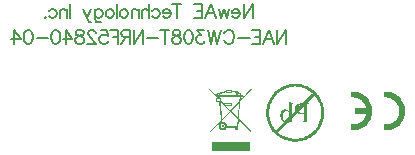
<source format=gbo>
G04*
G04 #@! TF.GenerationSoftware,Altium Limited,Altium Designer,19.1.9 (167)*
G04*
G04 Layer_Color=32896*
%FSLAX25Y25*%
%MOIN*%
G70*
G01*
G75*
%ADD72C,0.00700*%
G36*
X179941Y44677D02*
X180416Y44620D01*
X180867Y44527D01*
X181295Y44400D01*
X181700Y44261D01*
X182070Y44099D01*
X182429Y43925D01*
X182741Y43752D01*
X183031Y43578D01*
X183285Y43405D01*
X183505Y43243D01*
X183690Y43104D01*
X183829Y42977D01*
X183933Y42884D01*
X184002Y42826D01*
X184026Y42803D01*
X184361Y42444D01*
X184650Y42063D01*
X184905Y41681D01*
X185113Y41299D01*
X185298Y40906D01*
X185449Y40535D01*
X185576Y40165D01*
X185680Y39818D01*
X185750Y39494D01*
X185807Y39193D01*
X185854Y38927D01*
X185877Y38696D01*
X185888Y38592D01*
X185900Y38499D01*
Y38430D01*
X185912Y38360D01*
Y38314D01*
Y38279D01*
Y38256D01*
Y38245D01*
X185888Y37759D01*
X185831Y37284D01*
X185738Y36833D01*
X185611Y36405D01*
X185472Y36000D01*
X185310Y35630D01*
X185148Y35283D01*
X184963Y34959D01*
X184789Y34681D01*
X184627Y34426D01*
X184465Y34207D01*
X184315Y34021D01*
X184199Y33883D01*
X184107Y33767D01*
X184049Y33709D01*
X184026Y33686D01*
X183667Y33350D01*
X183285Y33061D01*
X182903Y32807D01*
X182510Y32598D01*
X182128Y32413D01*
X181746Y32263D01*
X181376Y32135D01*
X181029Y32031D01*
X180705Y31962D01*
X180404Y31904D01*
X180138Y31858D01*
X179907Y31835D01*
X179803Y31823D01*
X179710Y31812D01*
X179641D01*
X179571Y31800D01*
X179212D01*
X179108Y31812D01*
X178923D01*
X178865Y31823D01*
X178808D01*
Y33779D01*
X179027Y33755D01*
X179143Y33744D01*
X179236D01*
X179328Y33732D01*
X179455D01*
X179803Y33744D01*
X180127Y33790D01*
X180439Y33860D01*
X180740Y33940D01*
X181017Y34033D01*
X181284Y34149D01*
X181527Y34264D01*
X181746Y34392D01*
X181955Y34519D01*
X182128Y34635D01*
X182279Y34750D01*
X182406Y34843D01*
X182510Y34936D01*
X182591Y34993D01*
X182637Y35040D01*
X182649Y35051D01*
X182880Y35306D01*
X183089Y35572D01*
X183262Y35838D01*
X183412Y36116D01*
X183540Y36382D01*
X183644Y36648D01*
X183736Y36902D01*
X183806Y37145D01*
X183852Y37377D01*
X183898Y37585D01*
X183922Y37770D01*
X183945Y37932D01*
X183956Y38059D01*
X183968Y38164D01*
Y38221D01*
Y38245D01*
X183956Y38592D01*
X183910Y38916D01*
X183841Y39239D01*
X183759Y39540D01*
X183667Y39818D01*
X183551Y40084D01*
X183436Y40327D01*
X183308Y40547D01*
X183181Y40744D01*
X183065Y40917D01*
X182950Y41079D01*
X182857Y41206D01*
X182764Y41299D01*
X182707Y41380D01*
X182660Y41426D01*
X182649Y41438D01*
X182394Y41669D01*
X182128Y41877D01*
X181862Y42051D01*
X181584Y42213D01*
X181318Y42340D01*
X181052Y42444D01*
X180798Y42537D01*
X180555Y42606D01*
X180323Y42653D01*
X180115Y42699D01*
X179930Y42734D01*
X179768Y42745D01*
X179641Y42757D01*
X179536Y42768D01*
X179455D01*
X179212Y42757D01*
X179108D01*
X179004Y42745D01*
X178923Y42734D01*
X178865D01*
X178819Y42722D01*
X178808D01*
Y44666D01*
X179027Y44689D01*
X179131D01*
X179236Y44701D01*
X179455D01*
X179941Y44677D01*
D02*
G37*
G36*
X168973D02*
X169448Y44620D01*
X169899Y44527D01*
X170327Y44400D01*
X170732Y44261D01*
X171102Y44099D01*
X171449Y43925D01*
X171773Y43752D01*
X172051Y43578D01*
X172305Y43405D01*
X172525Y43243D01*
X172710Y43104D01*
X172849Y42977D01*
X172965Y42884D01*
X173023Y42826D01*
X173046Y42803D01*
X173381Y42444D01*
X173670Y42063D01*
X173925Y41681D01*
X174133Y41299D01*
X174318Y40906D01*
X174469Y40535D01*
X174596Y40165D01*
X174700Y39818D01*
X174770Y39494D01*
X174828Y39193D01*
X174874Y38927D01*
X174897Y38696D01*
X174908Y38592D01*
X174920Y38499D01*
Y38430D01*
X174932Y38360D01*
Y38314D01*
Y38279D01*
Y38256D01*
Y38245D01*
X174908Y37759D01*
X174851Y37284D01*
X174758Y36833D01*
X174631Y36405D01*
X174492Y36000D01*
X174330Y35630D01*
X174168Y35283D01*
X173983Y34959D01*
X173809Y34681D01*
X173647Y34426D01*
X173485Y34207D01*
X173335Y34021D01*
X173219Y33883D01*
X173127Y33767D01*
X173069Y33709D01*
X173046Y33686D01*
X172687Y33350D01*
X172305Y33061D01*
X171923Y32807D01*
X171542Y32598D01*
X171148Y32413D01*
X170778Y32263D01*
X170408Y32135D01*
X170061Y32031D01*
X169737Y31962D01*
X169436Y31904D01*
X169170Y31858D01*
X168938Y31835D01*
X168834Y31823D01*
X168742Y31812D01*
X168672D01*
X168603Y31800D01*
X168244D01*
X168140Y31812D01*
X167955D01*
X167897Y31823D01*
X167839D01*
X167851Y33779D01*
X168071Y33755D01*
X168175Y33744D01*
X168279D01*
X168360Y33732D01*
X168487D01*
X168776Y33744D01*
X169066Y33779D01*
X169343Y33825D01*
X169598Y33883D01*
X169852Y33964D01*
X170084Y34045D01*
X170304Y34137D01*
X170500Y34230D01*
X170685Y34322D01*
X170847Y34415D01*
X170986Y34496D01*
X171102Y34577D01*
X171195Y34635D01*
X171264Y34681D01*
X171310Y34716D01*
X171322Y34727D01*
X171542Y34924D01*
X171750Y35121D01*
X171923Y35329D01*
X172085Y35549D01*
X172236Y35757D01*
X172363Y35977D01*
X172479Y36185D01*
X172571Y36382D01*
X172652Y36567D01*
X172722Y36740D01*
X172780Y36891D01*
X172826Y37030D01*
X172861Y37134D01*
X172884Y37215D01*
X172895Y37261D01*
Y37284D01*
X169123D01*
Y39216D01*
X172895D01*
X172826Y39506D01*
X172733Y39772D01*
X172629Y40038D01*
X172513Y40281D01*
X172386Y40501D01*
X172259Y40709D01*
X172120Y40906D01*
X171993Y41079D01*
X171866Y41241D01*
X171738Y41380D01*
X171634Y41496D01*
X171530Y41588D01*
X171449Y41669D01*
X171391Y41727D01*
X171345Y41762D01*
X171333Y41773D01*
X171090Y41947D01*
X170847Y42097D01*
X170605Y42236D01*
X170361Y42352D01*
X170118Y42444D01*
X169887Y42525D01*
X169656Y42595D01*
X169436Y42641D01*
X169239Y42687D01*
X169054Y42711D01*
X168892Y42734D01*
X168753Y42757D01*
X168638D01*
X168557Y42768D01*
X168487D01*
X168244Y42757D01*
X168140D01*
X168036Y42745D01*
X167955Y42734D01*
X167897D01*
X167851Y42722D01*
X167839D01*
Y44666D01*
X167978Y44677D01*
X168094Y44689D01*
X168210D01*
X168302Y44701D01*
X168487D01*
X168973Y44677D01*
D02*
G37*
G36*
X149598Y47373D02*
X149968Y47350D01*
X150327Y47315D01*
X150674Y47257D01*
X151021Y47199D01*
X151345Y47118D01*
X151993Y46945D01*
X152594Y46725D01*
X153161Y46482D01*
X153682Y46228D01*
X153925Y46100D01*
X154156Y45961D01*
X154376Y45834D01*
X154584Y45695D01*
X154781Y45568D01*
X154966Y45441D01*
X155140Y45314D01*
X155302Y45198D01*
X155441Y45082D01*
X155568Y44978D01*
X155684Y44886D01*
X155788Y44804D01*
X155880Y44723D01*
X155950Y44666D01*
X156008Y44608D01*
X156042Y44573D01*
X156065Y44550D01*
X156077Y44538D01*
X156332Y44272D01*
X156574Y43995D01*
X156794Y43717D01*
X157014Y43428D01*
X157199Y43139D01*
X157384Y42861D01*
X157558Y42560D01*
X157708Y42271D01*
X157847Y41982D01*
X157986Y41692D01*
X158206Y41125D01*
X158403Y40582D01*
X158541Y40061D01*
X158669Y39563D01*
X158715Y39332D01*
X158750Y39112D01*
X158784Y38915D01*
X158819Y38719D01*
X158842Y38534D01*
X158854Y38372D01*
X158865Y38221D01*
X158877Y38094D01*
X158888Y37978D01*
Y37874D01*
X158900Y37805D01*
Y37747D01*
Y37712D01*
Y37701D01*
X158888Y37330D01*
X158865Y36960D01*
X158831Y36601D01*
X158773Y36254D01*
X158715Y35907D01*
X158634Y35583D01*
X158460Y34935D01*
X158240Y34334D01*
X158009Y33767D01*
X157755Y33246D01*
X157616Y33003D01*
X157489Y32772D01*
X157361Y32552D01*
X157222Y32344D01*
X157095Y32147D01*
X156968Y31962D01*
X156852Y31788D01*
X156736Y31626D01*
X156621Y31488D01*
X156517Y31360D01*
X156424Y31245D01*
X156332Y31140D01*
X156262Y31048D01*
X156193Y30978D01*
X156146Y30920D01*
X156112Y30886D01*
X156088Y30863D01*
X156077Y30851D01*
X155811Y30597D01*
X155533Y30354D01*
X155255Y30122D01*
X154966Y29914D01*
X154677Y29717D01*
X154388Y29532D01*
X154098Y29370D01*
X153809Y29208D01*
X153520Y29069D01*
X153231Y28942D01*
X152664Y28711D01*
X152108Y28526D01*
X151588Y28375D01*
X151102Y28259D01*
X150870Y28202D01*
X150651Y28167D01*
X150442Y28132D01*
X150246Y28109D01*
X150060Y28074D01*
X149899Y28063D01*
X149748Y28051D01*
X149621Y28040D01*
X149505Y28028D01*
X149401D01*
X149332Y28016D01*
X149227D01*
X148857Y28028D01*
X148487Y28051D01*
X148128Y28086D01*
X147781Y28144D01*
X147446Y28202D01*
X147110Y28283D01*
X146474Y28456D01*
X145872Y28676D01*
X145305Y28919D01*
X144785Y29173D01*
X144542Y29301D01*
X144310Y29440D01*
X144090Y29567D01*
X143882Y29694D01*
X143685Y29833D01*
X143500Y29960D01*
X143327Y30076D01*
X143165Y30192D01*
X143026Y30307D01*
X142899Y30411D01*
X142783Y30504D01*
X142679Y30585D01*
X142586Y30666D01*
X142517Y30735D01*
X142459Y30782D01*
X142424Y30816D01*
X142401Y30839D01*
X142390Y30851D01*
X142135Y31117D01*
X141892Y31395D01*
X141661Y31673D01*
X141452Y31962D01*
X141256Y32251D01*
X141071Y32540D01*
X140897Y32830D01*
X140747Y33119D01*
X140596Y33408D01*
X140469Y33697D01*
X140238Y34264D01*
X140052Y34820D01*
X139902Y35340D01*
X139786Y35826D01*
X139728Y36058D01*
X139694Y36277D01*
X139659Y36486D01*
X139624Y36682D01*
X139601Y36867D01*
X139590Y37029D01*
X139578Y37180D01*
X139567Y37307D01*
X139555Y37423D01*
X139543Y37527D01*
Y37596D01*
Y37654D01*
Y37689D01*
Y37701D01*
X139555Y38071D01*
X139578Y38441D01*
X139613Y38800D01*
X139671Y39147D01*
X139728Y39482D01*
X139810Y39818D01*
X139983Y40454D01*
X140203Y41056D01*
X140446Y41623D01*
X140700Y42143D01*
X140828Y42386D01*
X140966Y42618D01*
X141094Y42838D01*
X141233Y43046D01*
X141360Y43243D01*
X141487Y43428D01*
X141614Y43601D01*
X141730Y43763D01*
X141846Y43902D01*
X141950Y44029D01*
X142043Y44145D01*
X142123Y44249D01*
X142204Y44342D01*
X142262Y44411D01*
X142320Y44469D01*
X142355Y44504D01*
X142378Y44527D01*
X142390Y44538D01*
X142656Y44793D01*
X142933Y45036D01*
X143211Y45267D01*
X143500Y45476D01*
X143790Y45672D01*
X144067Y45857D01*
X144368Y46031D01*
X144657Y46181D01*
X144947Y46332D01*
X145236Y46459D01*
X145803Y46690D01*
X146347Y46876D01*
X146867Y47026D01*
X147365Y47142D01*
X147596Y47199D01*
X147816Y47234D01*
X148013Y47269D01*
X148209Y47304D01*
X148394Y47327D01*
X148556Y47338D01*
X148707Y47350D01*
X148834Y47361D01*
X148950Y47373D01*
X149054Y47385D01*
X149227D01*
X149598Y47373D01*
D02*
G37*
G36*
X134900Y45522D02*
X130978Y41438D01*
X130862Y40339D01*
X130619Y37666D01*
X130422Y35745D01*
X134622Y31430D01*
X134333Y31152D01*
X130388Y35201D01*
X130156Y32714D01*
X130029D01*
Y31765D01*
X129150D01*
Y32714D01*
X126431D01*
X126327Y32529D01*
X126199Y32344D01*
X126003Y32135D01*
X125748Y31962D01*
X125459Y31869D01*
X125181Y31835D01*
X124892Y31846D01*
X124684Y31904D01*
X124441Y32008D01*
X124232Y32135D01*
X124071Y32297D01*
X123908Y32529D01*
X123793Y32783D01*
X123723Y33026D01*
X123700Y33223D01*
X123723Y33466D01*
X123758Y33651D01*
X123828Y33825D01*
X123932Y34021D01*
X124047Y34183D01*
X124209Y34334D01*
X124383Y34449D01*
X124545Y34530D01*
X124522Y34739D01*
X121062Y31152D01*
X120773Y31441D01*
X124487Y35282D01*
X124186Y38638D01*
X123978Y41067D01*
X122867D01*
Y42629D01*
X123156D01*
X120345Y45522D01*
X120634Y45799D01*
X123284Y43069D01*
Y43266D01*
X123226Y43312D01*
X123156Y43358D01*
X123087Y43428D01*
X123018Y43509D01*
X122983Y43613D01*
X122948Y43705D01*
X122937Y43821D01*
X122960Y43971D01*
X122994Y44052D01*
X123099Y44214D01*
X123214Y44319D01*
X123365Y44388D01*
X123527Y44411D01*
X123689Y44388D01*
X123828Y44330D01*
X123943Y44261D01*
X124001Y44191D01*
X124105Y44284D01*
X124279Y44400D01*
X124487Y44504D01*
X124788Y44619D01*
X125112Y44712D01*
X125436Y44781D01*
X125783Y44839D01*
X126060Y44874D01*
Y45221D01*
X128282D01*
Y44920D01*
X128455D01*
X128745Y44886D01*
X129046Y44851D01*
X129335Y44804D01*
Y44990D01*
X130295D01*
Y44538D01*
X130411Y44481D01*
X130561Y44411D01*
X130735Y44307D01*
X130874Y44214D01*
X131001Y44099D01*
X131094Y44018D01*
X131151Y43937D01*
X131198Y43844D01*
X131175Y43682D01*
X131730D01*
Y42976D01*
X131117D01*
X131024Y42062D01*
X134611Y45799D01*
X134900Y45522D01*
D02*
G37*
G36*
X134055Y27947D02*
Y27889D01*
Y27808D01*
Y27727D01*
Y27635D01*
Y27554D01*
Y27496D01*
Y27484D01*
Y27473D01*
Y27091D01*
Y26906D01*
Y26732D01*
Y26593D01*
Y26478D01*
Y26431D01*
Y26397D01*
Y26385D01*
Y26373D01*
Y26154D01*
Y25957D01*
Y25772D01*
Y25610D01*
Y25471D01*
Y25379D01*
Y25309D01*
Y25297D01*
Y25286D01*
Y25124D01*
Y25008D01*
Y24916D01*
Y24858D01*
Y24823D01*
Y24812D01*
Y24800D01*
X121409D01*
Y24823D01*
Y24881D01*
Y24950D01*
Y25043D01*
Y25135D01*
Y25205D01*
Y25263D01*
Y25286D01*
Y25668D01*
Y25853D01*
Y26015D01*
Y26165D01*
Y26269D01*
Y26316D01*
Y26350D01*
Y26362D01*
Y26373D01*
Y26593D01*
Y26802D01*
Y26987D01*
Y27149D01*
Y27288D01*
Y27392D01*
Y27450D01*
Y27473D01*
Y27565D01*
Y27635D01*
Y27762D01*
Y27854D01*
Y27912D01*
Y27947D01*
Y27959D01*
Y27970D01*
X134055D01*
Y27947D01*
D02*
G37*
%LPC*%
G36*
X149390Y46413D02*
X149227D01*
X148892Y46401D01*
X148568Y46390D01*
X148244Y46355D01*
X147932Y46309D01*
X147318Y46181D01*
X146740Y46019D01*
X146196Y45823D01*
X145699Y45603D01*
X145224Y45371D01*
X144796Y45140D01*
X144414Y44897D01*
X144229Y44781D01*
X144067Y44666D01*
X143917Y44550D01*
X143778Y44446D01*
X143639Y44353D01*
X143524Y44261D01*
X143419Y44168D01*
X143327Y44087D01*
X143257Y44029D01*
X143188Y43971D01*
X143142Y43914D01*
X143107Y43891D01*
X143084Y43867D01*
X143072Y43856D01*
X142841Y43613D01*
X142621Y43370D01*
X142413Y43115D01*
X142228Y42861D01*
X142054Y42606D01*
X141892Y42340D01*
X141730Y42086D01*
X141591Y41820D01*
X141348Y41299D01*
X141140Y40790D01*
X140966Y40292D01*
X140839Y39829D01*
X140724Y39378D01*
X140654Y38973D01*
X140619Y38788D01*
X140596Y38615D01*
X140573Y38453D01*
X140550Y38302D01*
X140538Y38175D01*
X140527Y38048D01*
Y37944D01*
X140515Y37863D01*
Y37793D01*
Y37747D01*
Y37712D01*
Y37701D01*
X140527Y37365D01*
X140538Y37041D01*
X140573Y36717D01*
X140619Y36405D01*
X140747Y35792D01*
X140909Y35213D01*
X141105Y34669D01*
X141325Y34160D01*
X141557Y33697D01*
X141788Y33269D01*
X142031Y32876D01*
X142147Y32702D01*
X142262Y32529D01*
X142378Y32378D01*
X142482Y32239D01*
X142575Y32112D01*
X142667Y31985D01*
X142733Y31912D01*
X142725Y31904D01*
X142902Y31715D01*
X142899Y31719D01*
X142841Y31788D01*
X142760Y31881D01*
X142733Y31912D01*
X145409Y34588D01*
X145271Y34681D01*
X145143Y34773D01*
X145097Y34820D01*
X145062Y34854D01*
X145039Y34866D01*
X145028Y34877D01*
X144889Y35016D01*
X144773Y35155D01*
X144669Y35306D01*
X144588Y35467D01*
X144507Y35618D01*
X144449Y35768D01*
X144357Y36069D01*
X144322Y36208D01*
X144299Y36324D01*
X144287Y36439D01*
X144275Y36544D01*
X144264Y36613D01*
Y36682D01*
Y36717D01*
Y36729D01*
Y36914D01*
X144287Y37087D01*
X144345Y37388D01*
X144426Y37666D01*
X144461Y37782D01*
X144507Y37886D01*
X144553Y37978D01*
X144599Y38059D01*
X144646Y38129D01*
X144681Y38186D01*
X144715Y38233D01*
X144738Y38267D01*
X144750Y38279D01*
X144762Y38291D01*
X144854Y38395D01*
X144958Y38487D01*
X145051Y38557D01*
X145155Y38626D01*
X145352Y38730D01*
X145525Y38800D01*
X145687Y38834D01*
X145803Y38857D01*
X145849Y38869D01*
X145919D01*
X146057Y38857D01*
X146185Y38834D01*
X146312Y38788D01*
X146439Y38730D01*
X146670Y38591D01*
X146879Y38429D01*
X147041Y38267D01*
X147110Y38198D01*
X147168Y38129D01*
X147214Y38071D01*
X147249Y38025D01*
X147272Y38001D01*
X147284Y37990D01*
Y41125D01*
X147492D01*
X148788Y40593D01*
X148718Y40431D01*
X148591Y40477D01*
X148487Y40489D01*
X148418Y40501D01*
X148394D01*
X148313Y40489D01*
X148256Y40477D01*
X148209Y40454D01*
X148198Y40443D01*
X148152Y40373D01*
X148117Y40304D01*
X148105Y40234D01*
X148094Y40223D01*
Y40211D01*
X148082Y40176D01*
Y40119D01*
X148071Y40003D01*
Y39853D01*
X148059Y39691D01*
Y39552D01*
Y39424D01*
Y39378D01*
Y39344D01*
Y39320D01*
Y39309D01*
Y37238D01*
X149204Y38395D01*
X149146Y38615D01*
X149123Y38730D01*
X149112Y38823D01*
X149100Y38915D01*
Y38985D01*
Y39031D01*
Y39043D01*
X149112Y39251D01*
X149158Y39436D01*
X149204Y39610D01*
X149274Y39748D01*
X149332Y39876D01*
X149390Y39957D01*
X149436Y40015D01*
X149447Y40038D01*
X149586Y40188D01*
X149725Y40315D01*
X149864Y40420D01*
X149991Y40501D01*
X150107Y40558D01*
X150199Y40605D01*
X150257Y40628D01*
X150280Y40639D01*
X150489Y40697D01*
X150708Y40743D01*
X150928Y40767D01*
X151148Y40790D01*
X151345Y40801D01*
X151426Y40813D01*
X151634D01*
X155018Y44197D01*
X155140Y44087D01*
X155383Y43856D01*
X155024Y44203D01*
X155018Y44197D01*
X154897Y44307D01*
X154642Y44515D01*
X154388Y44700D01*
X154122Y44874D01*
X153867Y45036D01*
X153601Y45198D01*
X153346Y45337D01*
X152826Y45580D01*
X152317Y45788D01*
X151819Y45961D01*
X151345Y46089D01*
X150905Y46205D01*
X150500Y46274D01*
X150315Y46309D01*
X150142Y46332D01*
X149979Y46355D01*
X149829Y46378D01*
X149690Y46390D01*
X149575Y46401D01*
X149470D01*
X149390Y46413D01*
D02*
G37*
G36*
X155383Y43856D02*
X155395Y43843D01*
X155394Y43844D01*
X155383Y43856D01*
D02*
G37*
G36*
X151217Y40396D02*
X151079Y40350D01*
X150951Y40304D01*
X150905Y40281D01*
X150870Y40269D01*
X150847Y40246D01*
X150836D01*
X150732Y40176D01*
X150627Y40095D01*
X150547Y40003D01*
X150477Y39922D01*
X150419Y39841D01*
X150384Y39772D01*
X150361Y39725D01*
X150350Y39714D01*
X150292Y39586D01*
X150257Y39505D01*
X150246Y39448D01*
X150234Y39424D01*
X151217Y40396D01*
D02*
G37*
G36*
X152166Y39968D02*
X150373Y38186D01*
X150431Y38094D01*
X150489Y38025D01*
X150523Y37978D01*
X150535Y37967D01*
X150674Y37839D01*
X150824Y37735D01*
X150963Y37666D01*
X151090Y37620D01*
X151206Y37596D01*
X151298Y37585D01*
X151356Y37573D01*
X151380D01*
X151484Y37585D01*
X151599Y37596D01*
X151646D01*
X151680Y37608D01*
X151715D01*
X151865Y37620D01*
X152016Y37643D01*
X152074Y37654D01*
X152120Y37666D01*
X152155Y37677D01*
X152166D01*
Y39968D01*
D02*
G37*
G36*
X146381Y38186D02*
X146289D01*
X146115Y38163D01*
X145965Y38117D01*
X145826Y38048D01*
X145699Y37967D01*
X145595Y37886D01*
X145525Y37816D01*
X145467Y37770D01*
X145456Y37747D01*
X145328Y37562D01*
X145236Y37353D01*
X145166Y37145D01*
X145120Y36937D01*
X145097Y36752D01*
X145085Y36671D01*
X145074Y36601D01*
Y36544D01*
Y36497D01*
Y36474D01*
Y36463D01*
X145085Y36150D01*
X145132Y35873D01*
X145190Y35629D01*
X145259Y35444D01*
X145340Y35294D01*
X145398Y35190D01*
X145444Y35120D01*
X145456Y35097D01*
X145525Y34993D01*
X145595Y34924D01*
X145652Y34866D01*
X145664Y34854D01*
X145676D01*
X147284Y36451D01*
Y37689D01*
X147168Y37793D01*
X147075Y37874D01*
X146983Y37932D01*
X146914Y37990D01*
X146856Y38025D01*
X146821Y38048D01*
X146798Y38071D01*
X146786D01*
X146601Y38140D01*
X146520Y38163D01*
X146439Y38175D01*
X146381Y38186D01*
D02*
G37*
G36*
X155395Y43843D02*
X155406Y43821D01*
X155441Y43786D01*
X155487Y43740D01*
X155545Y43671D01*
X155614Y43601D01*
X155695Y43509D01*
X152999Y40813D01*
X153983D01*
Y40639D01*
X153740D01*
X153612Y40628D01*
X153508Y40605D01*
X153404Y40570D01*
X153335Y40535D01*
X153277Y40501D01*
X153231Y40466D01*
X153208Y40443D01*
X153196Y40431D01*
X153150Y40362D01*
X153127Y40257D01*
X153103Y40130D01*
X153080Y40003D01*
Y39876D01*
X153069Y39783D01*
Y39702D01*
Y39691D01*
Y39679D01*
Y35548D01*
Y35363D01*
X153080Y35201D01*
X153092Y35086D01*
X153115Y34993D01*
X153127Y34924D01*
X153150Y34877D01*
X153161Y34854D01*
Y34843D01*
X153242Y34762D01*
X153335Y34692D01*
X153427Y34646D01*
X153520Y34623D01*
X153601Y34600D01*
X153670Y34588D01*
X153983D01*
Y34403D01*
X151241D01*
Y34588D01*
X151484D01*
X151611Y34600D01*
X151715Y34623D01*
X151808Y34646D01*
X151889Y34692D01*
X151946Y34727D01*
X151993Y34750D01*
X152016Y34773D01*
X152027Y34785D01*
X152074Y34866D01*
X152108Y34970D01*
X152131Y35097D01*
X152143Y35225D01*
X152155Y35352D01*
X152166Y35456D01*
Y35525D01*
Y35537D01*
Y35548D01*
Y37400D01*
X152039Y37377D01*
X151923Y37353D01*
X151831Y37342D01*
X151750Y37330D01*
X151680Y37319D01*
X151634Y37307D01*
X151588D01*
X151391Y37284D01*
X151298D01*
X151229Y37273D01*
X151079D01*
X150801Y37284D01*
X150547Y37330D01*
X150327Y37388D01*
X150142Y37446D01*
X150003Y37515D01*
X149899Y37562D01*
X149829Y37608D01*
X149806Y37620D01*
X148059Y35873D01*
Y34820D01*
X147908Y34727D01*
X147758Y34646D01*
X147631Y34577D01*
X147503Y34519D01*
X147411Y34473D01*
X147330Y34438D01*
X147272Y34426D01*
X147261Y34415D01*
X147122Y34368D01*
X146994Y34334D01*
X146856Y34310D01*
X146740Y34299D01*
X146647Y34287D01*
X146566Y34276D01*
X146462D01*
X143408Y31221D01*
X143061Y31545D01*
X143034Y31574D01*
X143037Y31569D01*
X143061Y31545D01*
X143072Y31534D01*
X143315Y31302D01*
X143558Y31082D01*
X143813Y30886D01*
X144067Y30689D01*
X144322Y30516D01*
X144588Y30354D01*
X144843Y30203D01*
X145109Y30064D01*
X145629Y29821D01*
X146138Y29613D01*
X146636Y29440D01*
X147099Y29312D01*
X147550Y29197D01*
X147955Y29127D01*
X148140Y29092D01*
X148313Y29069D01*
X148475Y29046D01*
X148626Y29023D01*
X148753Y29011D01*
X148880Y29000D01*
X148985D01*
X149065Y28988D01*
X149227D01*
X149563Y29000D01*
X149887Y29023D01*
X150211Y29046D01*
X150523Y29092D01*
X151137Y29220D01*
X151704Y29382D01*
X152247Y29578D01*
X152756Y29798D01*
X153231Y30030D01*
X153659Y30261D01*
X154041Y30504D01*
X154214Y30620D01*
X154388Y30724D01*
X154538Y30839D01*
X154677Y30944D01*
X154804Y31048D01*
X154931Y31140D01*
X155036Y31221D01*
X155128Y31302D01*
X155198Y31372D01*
X155267Y31430D01*
X155313Y31476D01*
X155348Y31511D01*
X155371Y31522D01*
X155383Y31534D01*
X155614Y31777D01*
X155834Y32020D01*
X156031Y32274D01*
X156227Y32529D01*
X156401Y32795D01*
X156563Y33049D01*
X156725Y33316D01*
X156864Y33582D01*
X157107Y34102D01*
X157315Y34611D01*
X157489Y35109D01*
X157616Y35572D01*
X157720Y36023D01*
X157801Y36428D01*
X157836Y36613D01*
X157859Y36786D01*
X157882Y36948D01*
X157905Y37099D01*
X157917Y37226D01*
X157928Y37353D01*
Y37458D01*
X157940Y37539D01*
Y37608D01*
Y37654D01*
Y37689D01*
Y37701D01*
X157928Y38036D01*
X157905Y38360D01*
X157882Y38684D01*
X157824Y38996D01*
X157708Y39610D01*
X157535Y40188D01*
X157350Y40732D01*
X157130Y41229D01*
X156898Y41704D01*
X156655Y42132D01*
X156424Y42514D01*
X156308Y42699D01*
X156193Y42861D01*
X156077Y43011D01*
X155973Y43150D01*
X155880Y43289D01*
X155776Y43405D01*
X155695Y43509D01*
X155707Y43520D01*
X155395Y43843D01*
D02*
G37*
G36*
X142902Y31715D02*
X142956Y31649D01*
X142983Y31628D01*
X143034Y31574D01*
X143014Y31603D01*
X142983Y31628D01*
X142902Y31715D01*
D02*
G37*
G36*
X127865Y44828D02*
X126454D01*
Y44596D01*
X127865D01*
Y44828D01*
D02*
G37*
G36*
X128282Y44504D02*
Y44191D01*
X126060D01*
Y44457D01*
X125598Y44388D01*
X125181Y44284D01*
X124834Y44191D01*
X124556Y44064D01*
X124337Y43937D01*
X124175Y43786D01*
Y43682D01*
X129335D01*
Y44365D01*
X129022Y44423D01*
X128675Y44469D01*
X128282Y44504D01*
D02*
G37*
G36*
X129902Y44596D02*
X129740D01*
Y44064D01*
X129890D01*
X129902Y44596D01*
D02*
G37*
G36*
X130295Y44076D02*
Y43682D01*
X130770D01*
X130781Y43752D01*
X130665Y43867D01*
X130515Y43971D01*
X130295Y44076D01*
D02*
G37*
G36*
X123584Y44006D02*
X123550D01*
X123480Y43995D01*
X123434Y43971D01*
X123388Y43948D01*
X123365Y43914D01*
X123342Y43844D01*
Y43821D01*
Y43810D01*
X123353Y43740D01*
X123376Y43694D01*
X123411Y43659D01*
X123446Y43636D01*
X123515Y43613D01*
X123550D01*
X123619Y43624D01*
X123665Y43648D01*
X123700Y43671D01*
X123723Y43717D01*
X123747Y43775D01*
Y43798D01*
Y43810D01*
X123735Y43879D01*
X123712Y43925D01*
X123689Y43960D01*
X123642Y43983D01*
X123584Y44006D01*
D02*
G37*
G36*
X124047Y42236D02*
X123272D01*
Y41472D01*
X124047D01*
Y42236D01*
D02*
G37*
G36*
X127923Y40489D02*
X125841D01*
Y40362D01*
X127923D01*
Y40489D01*
D02*
G37*
G36*
X130712Y42976D02*
X124232D01*
X124267Y42629D01*
X124441D01*
Y41889D01*
X125413Y40894D01*
X128328D01*
Y39968D01*
X126315D01*
X127657Y38580D01*
X130584Y41623D01*
X130712Y42976D01*
D02*
G37*
G36*
X130526Y40975D02*
X127935Y38291D01*
X130064Y36104D01*
X130526Y40975D01*
D02*
G37*
G36*
X124441Y41310D02*
Y41067D01*
X124394D01*
X124857Y35676D01*
X127380Y38291D01*
X125748Y39968D01*
X125413D01*
Y40304D01*
X124441Y41310D01*
D02*
G37*
G36*
X127657Y38001D02*
X124904Y35144D01*
X124950Y34646D01*
X125135Y34658D01*
X125343Y34646D01*
X125598Y34577D01*
X125841Y34449D01*
X126026Y34322D01*
X126199Y34149D01*
X126350Y33929D01*
X126477Y33651D01*
X126535Y33339D01*
X126523Y33130D01*
X129786D01*
X130017Y35572D01*
X127657Y38001D01*
D02*
G37*
G36*
X125193Y33952D02*
X125123D01*
X124996Y33940D01*
X124892Y33917D01*
X124799Y33882D01*
X124718Y33848D01*
X124649Y33790D01*
X124603Y33732D01*
X124510Y33605D01*
X124464Y33466D01*
X124441Y33362D01*
X124429Y33316D01*
Y33281D01*
Y33258D01*
Y33246D01*
X124441Y33119D01*
X124464Y33015D01*
X124499Y32922D01*
X124533Y32841D01*
X124591Y32783D01*
X124649Y32726D01*
X124776Y32645D01*
X124904Y32587D01*
X125019Y32563D01*
X125054Y32552D01*
X125123D01*
X125251Y32563D01*
X125355Y32587D01*
X125447Y32621D01*
X125528Y32656D01*
X125598Y32714D01*
X125656Y32772D01*
X125737Y32899D01*
X125794Y33026D01*
X125818Y33142D01*
X125829Y33177D01*
Y33211D01*
Y33235D01*
Y33246D01*
X125818Y33373D01*
X125794Y33478D01*
X125760Y33570D01*
X125713Y33651D01*
X125667Y33720D01*
X125609Y33778D01*
X125470Y33859D01*
X125343Y33917D01*
X125227Y33940D01*
X125193Y33952D01*
D02*
G37*
G36*
X129636Y32726D02*
X129543D01*
Y32158D01*
X129636D01*
Y32726D01*
D02*
G37*
%LPD*%
G36*
X125285Y33697D02*
X125401Y33651D01*
X125482Y33570D01*
X125540Y33489D01*
X125575Y33397D01*
X125586Y33316D01*
X125598Y33269D01*
Y33246D01*
X125575Y33096D01*
X125528Y32980D01*
X125447Y32899D01*
X125355Y32841D01*
X125274Y32806D01*
X125193Y32795D01*
X125146Y32783D01*
X125123D01*
X124973Y32806D01*
X124857Y32853D01*
X124776Y32934D01*
X124718Y33015D01*
X124684Y33096D01*
X124672Y33177D01*
X124661Y33223D01*
Y33246D01*
X124684Y33408D01*
X124730Y33524D01*
X124811Y33605D01*
X124892Y33663D01*
X124973Y33697D01*
X125054Y33709D01*
X125100Y33720D01*
X125123D01*
X125285Y33697D01*
D02*
G37*
%LPC*%
G36*
X125135Y33316D02*
X125123D01*
X125077Y33304D01*
X125066Y33281D01*
X125054Y33258D01*
Y33246D01*
X125066Y33211D01*
X125089Y33188D01*
X125112Y33177D01*
X125123D01*
X125158Y33188D01*
X125181Y33211D01*
X125193Y33235D01*
Y33246D01*
X125181Y33292D01*
X125158Y33304D01*
X125135Y33316D01*
D02*
G37*
%LPD*%
D72*
X135010Y73778D02*
Y69279D01*
Y73778D02*
X132010Y69279D01*
Y73778D02*
Y69279D01*
X130768Y70992D02*
X128197D01*
Y71421D01*
X128411Y71849D01*
X128625Y72064D01*
X129054Y72278D01*
X129697D01*
X130125Y72064D01*
X130553Y71635D01*
X130768Y70992D01*
Y70564D01*
X130553Y69921D01*
X130125Y69493D01*
X129697Y69279D01*
X129054D01*
X128625Y69493D01*
X128197Y69921D01*
X127233Y72278D02*
X126376Y69279D01*
X125519Y72278D02*
X126376Y69279D01*
X125519Y72278D02*
X124662Y69279D01*
X123805Y72278D02*
X124662Y69279D01*
X119327D02*
X121041Y73778D01*
X122755Y69279D01*
X122112Y70778D02*
X119970D01*
X115492Y73778D02*
X118278D01*
Y69279D01*
X115492D01*
X118278Y71635D02*
X116564D01*
X109708Y73778D02*
Y69279D01*
X111208Y73778D02*
X108208D01*
X107673Y70992D02*
X105102D01*
Y71421D01*
X105316Y71849D01*
X105530Y72064D01*
X105959Y72278D01*
X106601D01*
X107030Y72064D01*
X107458Y71635D01*
X107673Y70992D01*
Y70564D01*
X107458Y69921D01*
X107030Y69493D01*
X106601Y69279D01*
X105959D01*
X105530Y69493D01*
X105102Y69921D01*
X101567Y71635D02*
X101995Y72064D01*
X102424Y72278D01*
X103066D01*
X103495Y72064D01*
X103923Y71635D01*
X104138Y70992D01*
Y70564D01*
X103923Y69921D01*
X103495Y69493D01*
X103066Y69279D01*
X102424D01*
X101995Y69493D01*
X101567Y69921D01*
X100603Y73778D02*
Y69279D01*
Y71421D02*
X99960Y72064D01*
X99532Y72278D01*
X98889D01*
X98460Y72064D01*
X98246Y71421D01*
Y69279D01*
X97068Y72278D02*
Y69279D01*
Y71421D02*
X96425Y72064D01*
X95996Y72278D01*
X95354D01*
X94925Y72064D01*
X94711Y71421D01*
Y69279D01*
X92462Y72278D02*
X92890Y72064D01*
X93318Y71635D01*
X93533Y70992D01*
Y70564D01*
X93318Y69921D01*
X92890Y69493D01*
X92462Y69279D01*
X91819D01*
X91390Y69493D01*
X90962Y69921D01*
X90748Y70564D01*
Y70992D01*
X90962Y71635D01*
X91390Y72064D01*
X91819Y72278D01*
X92462D01*
X89762Y73778D02*
Y69279D01*
X87748Y72278D02*
X88177Y72064D01*
X88605Y71635D01*
X88819Y70992D01*
Y70564D01*
X88605Y69921D01*
X88177Y69493D01*
X87748Y69279D01*
X87106D01*
X86677Y69493D01*
X86249Y69921D01*
X86034Y70564D01*
Y70992D01*
X86249Y71635D01*
X86677Y72064D01*
X87106Y72278D01*
X87748D01*
X82478D02*
Y68850D01*
X82692Y68207D01*
X82907Y67993D01*
X83335Y67779D01*
X83978D01*
X84406Y67993D01*
X82478Y71635D02*
X82907Y72064D01*
X83335Y72278D01*
X83978D01*
X84406Y72064D01*
X84835Y71635D01*
X85049Y70992D01*
Y70564D01*
X84835Y69921D01*
X84406Y69493D01*
X83978Y69279D01*
X83335D01*
X82907Y69493D01*
X82478Y69921D01*
X81064Y72278D02*
X79779Y69279D01*
X78493Y72278D02*
X79779Y69279D01*
X80207Y68422D01*
X80635Y67993D01*
X81064Y67779D01*
X81278D01*
X74208Y73778D02*
Y69279D01*
X73266Y72278D02*
Y69279D01*
Y71421D02*
X72623Y72064D01*
X72194Y72278D01*
X71552D01*
X71123Y72064D01*
X70909Y71421D01*
Y69279D01*
X67160Y71635D02*
X67588Y72064D01*
X68017Y72278D01*
X68660D01*
X69088Y72064D01*
X69516Y71635D01*
X69731Y70992D01*
Y70564D01*
X69516Y69921D01*
X69088Y69493D01*
X68660Y69279D01*
X68017D01*
X67588Y69493D01*
X67160Y69921D01*
X65982Y69707D02*
X66196Y69493D01*
X65982Y69279D01*
X65767Y69493D01*
X65982Y69707D01*
X146300Y65199D02*
Y60700D01*
Y65199D02*
X143301Y60700D01*
Y65199D02*
Y60700D01*
X138630D02*
X140344Y65199D01*
X142058Y60700D01*
X141415Y62200D02*
X139273D01*
X134795Y65199D02*
X137580D01*
Y60700D01*
X134795D01*
X137580Y63057D02*
X135866D01*
X134046Y62628D02*
X130189D01*
X125647Y64128D02*
X125862Y64556D01*
X126290Y64985D01*
X126718Y65199D01*
X127575D01*
X128004Y64985D01*
X128432Y64556D01*
X128647Y64128D01*
X128861Y63485D01*
Y62414D01*
X128647Y61771D01*
X128432Y61343D01*
X128004Y60914D01*
X127575Y60700D01*
X126718D01*
X126290Y60914D01*
X125862Y61343D01*
X125647Y61771D01*
X124383Y65199D02*
X123312Y60700D01*
X122241Y65199D02*
X123312Y60700D01*
X122241Y65199D02*
X121170Y60700D01*
X120098Y65199D02*
X121170Y60700D01*
X118770Y65199D02*
X116414D01*
X117699Y63485D01*
X117056D01*
X116628Y63271D01*
X116414Y63057D01*
X116199Y62414D01*
Y61985D01*
X116414Y61343D01*
X116842Y60914D01*
X117485Y60700D01*
X118128D01*
X118770Y60914D01*
X118984Y61128D01*
X119199Y61557D01*
X113907Y65199D02*
X114550Y64985D01*
X114978Y64342D01*
X115192Y63271D01*
Y62628D01*
X114978Y61557D01*
X114550Y60914D01*
X113907Y60700D01*
X113479D01*
X112836Y60914D01*
X112407Y61557D01*
X112193Y62628D01*
Y63271D01*
X112407Y64342D01*
X112836Y64985D01*
X113479Y65199D01*
X113907D01*
X110115D02*
X110758Y64985D01*
X110972Y64556D01*
Y64128D01*
X110758Y63699D01*
X110329Y63485D01*
X109472Y63271D01*
X108829Y63057D01*
X108401Y62628D01*
X108187Y62200D01*
Y61557D01*
X108401Y61128D01*
X108615Y60914D01*
X109258Y60700D01*
X110115D01*
X110758Y60914D01*
X110972Y61128D01*
X111186Y61557D01*
Y62200D01*
X110972Y62628D01*
X110543Y63057D01*
X109901Y63271D01*
X109044Y63485D01*
X108615Y63699D01*
X108401Y64128D01*
Y64556D01*
X108615Y64985D01*
X109258Y65199D01*
X110115D01*
X105680D02*
Y60700D01*
X107180Y65199D02*
X104181D01*
X103645Y62628D02*
X99788D01*
X98460Y65199D02*
Y60700D01*
Y65199D02*
X95461Y60700D01*
Y65199D02*
Y60700D01*
X94218Y65199D02*
Y60700D01*
Y65199D02*
X92290D01*
X91647Y64985D01*
X91433Y64771D01*
X91219Y64342D01*
Y63914D01*
X91433Y63485D01*
X91647Y63271D01*
X92290Y63057D01*
X94218D01*
X92719D02*
X91219Y60700D01*
X90212Y65199D02*
Y60700D01*
Y65199D02*
X87427D01*
X90212Y63057D02*
X88498D01*
X84342Y65199D02*
X86484D01*
X86699Y63271D01*
X86484Y63485D01*
X85842Y63699D01*
X85199D01*
X84556Y63485D01*
X84128Y63057D01*
X83913Y62414D01*
Y61985D01*
X84128Y61343D01*
X84556Y60914D01*
X85199Y60700D01*
X85842D01*
X86484Y60914D01*
X86699Y61128D01*
X86913Y61557D01*
X82692Y64128D02*
Y64342D01*
X82478Y64771D01*
X82264Y64985D01*
X81835Y65199D01*
X80978D01*
X80550Y64985D01*
X80336Y64771D01*
X80121Y64342D01*
Y63914D01*
X80336Y63485D01*
X80764Y62842D01*
X82907Y60700D01*
X79907D01*
X77829Y65199D02*
X78472Y64985D01*
X78686Y64556D01*
Y64128D01*
X78472Y63699D01*
X78043Y63485D01*
X77186Y63271D01*
X76544Y63057D01*
X76115Y62628D01*
X75901Y62200D01*
Y61557D01*
X76115Y61128D01*
X76329Y60914D01*
X76972Y60700D01*
X77829D01*
X78472Y60914D01*
X78686Y61128D01*
X78900Y61557D01*
Y62200D01*
X78686Y62628D01*
X78258Y63057D01*
X77615Y63271D01*
X76758Y63485D01*
X76329Y63699D01*
X76115Y64128D01*
Y64556D01*
X76329Y64985D01*
X76972Y65199D01*
X77829D01*
X72751D02*
X74894Y62200D01*
X71680D01*
X72751Y65199D02*
Y60700D01*
X69602Y65199D02*
X70245Y64985D01*
X70673Y64342D01*
X70888Y63271D01*
Y62628D01*
X70673Y61557D01*
X70245Y60914D01*
X69602Y60700D01*
X69174D01*
X68531Y60914D01*
X68103Y61557D01*
X67888Y62628D01*
Y63271D01*
X68103Y64342D01*
X68531Y64985D01*
X69174Y65199D01*
X69602D01*
X66881Y62628D02*
X63025D01*
X60411Y65199D02*
X61054Y64985D01*
X61483Y64342D01*
X61697Y63271D01*
Y62628D01*
X61483Y61557D01*
X61054Y60914D01*
X60411Y60700D01*
X59983D01*
X59340Y60914D01*
X58912Y61557D01*
X58697Y62628D01*
Y63271D01*
X58912Y64342D01*
X59340Y64985D01*
X59983Y65199D01*
X60411D01*
X55548D02*
X57691Y62200D01*
X54477D01*
X55548Y65199D02*
Y60700D01*
M02*

</source>
